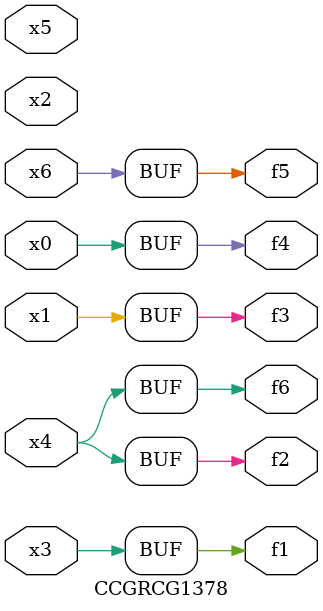
<source format=v>
module CCGRCG1378(
	input x0, x1, x2, x3, x4, x5, x6,
	output f1, f2, f3, f4, f5, f6
);
	assign f1 = x3;
	assign f2 = x4;
	assign f3 = x1;
	assign f4 = x0;
	assign f5 = x6;
	assign f6 = x4;
endmodule

</source>
